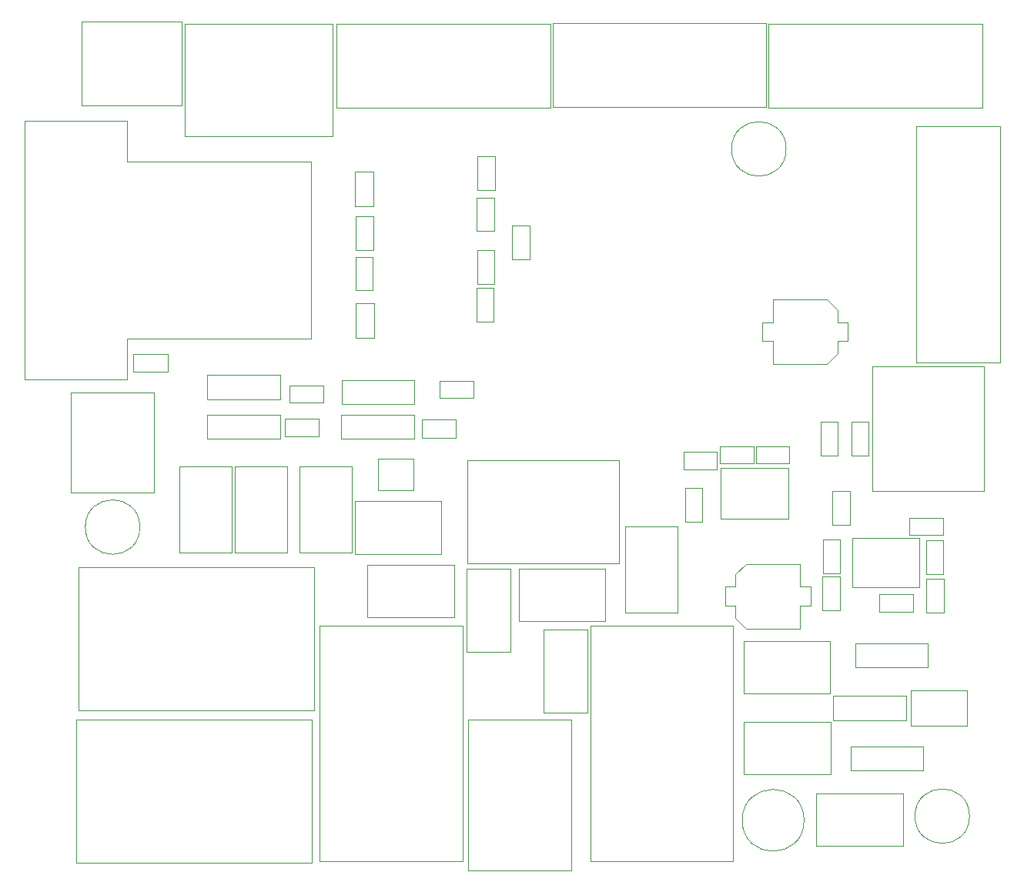
<source format=gbr>
%TF.GenerationSoftware,KiCad,Pcbnew,(6.0.4)*%
%TF.CreationDate,2022-05-20T17:10:54-05:00*%
%TF.ProjectId,Easyrun,45617379-7275-46e2-9e6b-696361645f70,rev?*%
%TF.SameCoordinates,Original*%
%TF.FileFunction,Other,User*%
%FSLAX46Y46*%
G04 Gerber Fmt 4.6, Leading zero omitted, Abs format (unit mm)*
G04 Created by KiCad (PCBNEW (6.0.4)) date 2022-05-20 17:10:54*
%MOMM*%
%LPD*%
G01*
G04 APERTURE LIST*
%ADD10C,0.050000*%
G04 APERTURE END LIST*
D10*
%TO.C,J_Lector_2*%
X202514000Y-59035500D02*
X202514000Y-49835500D01*
X202514000Y-49835500D02*
X179014000Y-49835500D01*
X179014000Y-49835500D02*
X179014000Y-59035500D01*
X179014000Y-59035500D02*
X202514000Y-59035500D01*
%TO.C,FB1*%
X194654400Y-123165000D02*
X200894400Y-123165000D01*
X200894400Y-123165000D02*
X200894400Y-127065000D01*
X194654400Y-127065000D02*
X194654400Y-123165000D01*
X200894400Y-127065000D02*
X194654400Y-127065000D01*
%TO.C,D1*%
X143057600Y-102352200D02*
X133517600Y-102352200D01*
X133517600Y-102352200D02*
X133517600Y-108152200D01*
X133517600Y-108152200D02*
X143057600Y-108152200D01*
X143057600Y-108152200D02*
X143057600Y-102352200D01*
%TO.C,C1*%
X135620000Y-80602500D02*
X135620000Y-84362500D01*
X133660000Y-84362500D02*
X133660000Y-80602500D01*
X135620000Y-84362500D02*
X133660000Y-84362500D01*
X133660000Y-80602500D02*
X135620000Y-80602500D01*
%TO.C,REF\u002A\u002A*%
X201130000Y-137002200D02*
G75*
G03*
X201130000Y-137002200I-3000000J0D01*
G01*
%TO.C,CB4*%
X144638000Y-93401000D02*
X144638000Y-95361000D01*
X140878000Y-95361000D02*
X140878000Y-93401000D01*
X140878000Y-93401000D02*
X144638000Y-93401000D01*
X144638000Y-95361000D02*
X140878000Y-95361000D01*
%TO.C,CB1*%
X109185000Y-86165000D02*
X112945000Y-86165000D01*
X109185000Y-88125000D02*
X109185000Y-86165000D01*
X112945000Y-88125000D02*
X109185000Y-88125000D01*
X112945000Y-86165000D02*
X112945000Y-88125000D01*
%TO.C,J_Lector_1*%
X155265000Y-58997500D02*
X178765000Y-58997500D01*
X178765000Y-49797500D02*
X155265000Y-49797500D01*
X155265000Y-49797500D02*
X155265000Y-58997500D01*
X178765000Y-58997500D02*
X178765000Y-49797500D01*
%TO.C,DFly1*%
X184257200Y-140308600D02*
X193797200Y-140308600D01*
X184257200Y-134508600D02*
X184257200Y-140308600D01*
X193797200Y-134508600D02*
X184257200Y-134508600D01*
X193797200Y-140308600D02*
X193797200Y-134508600D01*
%TO.C,Ra1*%
X198202000Y-106100600D02*
X194502000Y-106100600D01*
X194502000Y-104200600D02*
X198202000Y-104200600D01*
X194502000Y-106100600D02*
X194502000Y-104200600D01*
X198202000Y-104200600D02*
X198202000Y-106100600D01*
%TO.C,CBy3*%
X145844400Y-118925400D02*
X145844400Y-109765400D01*
X145844400Y-109765400D02*
X150644400Y-109765400D01*
X150644400Y-109765400D02*
X150644400Y-118925400D01*
X150644400Y-118925400D02*
X145844400Y-118925400D01*
%TO.C,C3*%
X135545000Y-66115000D02*
X135545000Y-69875000D01*
X135545000Y-69875000D02*
X133585000Y-69875000D01*
X133585000Y-66115000D02*
X135545000Y-66115000D01*
X133585000Y-69875000D02*
X133585000Y-66115000D01*
%TO.C,J_gnd1*%
X186154400Y-123795000D02*
X194154400Y-123795000D01*
X194154400Y-123795000D02*
X194154400Y-126435000D01*
X186154400Y-126435000D02*
X186154400Y-123795000D01*
X194154400Y-126435000D02*
X186154400Y-126435000D01*
%TO.C,LB3*%
X129025000Y-125325000D02*
X129025000Y-109625000D01*
X129025000Y-109625000D02*
X103125000Y-109625000D01*
X103125000Y-109625000D02*
X103125000Y-125325000D01*
X103125000Y-125325000D02*
X129025000Y-125325000D01*
%TO.C,Lb1*%
X102884000Y-126413000D02*
X102884000Y-142113000D01*
X102884000Y-142113000D02*
X128784000Y-142113000D01*
X128784000Y-142113000D02*
X128784000Y-126413000D01*
X128784000Y-126413000D02*
X102884000Y-126413000D01*
%TO.C,D3*%
X120320000Y-98505000D02*
X120320000Y-108045000D01*
X126120000Y-98505000D02*
X120320000Y-98505000D01*
X120320000Y-108045000D02*
X126120000Y-108045000D01*
X126120000Y-108045000D02*
X126120000Y-98505000D01*
%TO.C,J_Lector_3*%
X155016000Y-49835500D02*
X131516000Y-49835500D01*
X155016000Y-59035500D02*
X155016000Y-49835500D01*
X131516000Y-49835500D02*
X131516000Y-59035500D01*
X131516000Y-59035500D02*
X155016000Y-59035500D01*
%TO.C,RI2C1*%
X186634000Y-97348600D02*
X184734000Y-97348600D01*
X186634000Y-93648600D02*
X186634000Y-97348600D01*
X184734000Y-93648600D02*
X186634000Y-93648600D01*
X184734000Y-97348600D02*
X184734000Y-93648600D01*
%TO.C,CB2*%
X129601200Y-93299400D02*
X129601200Y-95259400D01*
X125841200Y-93299400D02*
X129601200Y-93299400D01*
X125841200Y-95259400D02*
X125841200Y-93299400D01*
X129601200Y-95259400D02*
X125841200Y-95259400D01*
%TO.C,B1_1*%
X117320400Y-91129000D02*
X117320400Y-88489000D01*
X125320400Y-88489000D02*
X125320400Y-91129000D01*
X125320400Y-91129000D02*
X117320400Y-91129000D01*
X117320400Y-88489000D02*
X125320400Y-88489000D01*
%TO.C,R6*%
X146890000Y-82570000D02*
X146890000Y-78870000D01*
X148790000Y-82570000D02*
X146890000Y-82570000D01*
X146890000Y-78870000D02*
X148790000Y-78870000D01*
X148790000Y-78870000D02*
X148790000Y-82570000D01*
%TO.C,R_RED1*%
X171749600Y-100913000D02*
X171749600Y-104613000D01*
X171749600Y-104613000D02*
X169849600Y-104613000D01*
X169849600Y-100913000D02*
X171749600Y-100913000D01*
X169849600Y-104613000D02*
X169849600Y-100913000D01*
%TO.C,J_Display1*%
X204457500Y-61070000D02*
X195257500Y-61070000D01*
X204457500Y-87070000D02*
X204457500Y-61070000D01*
X195257500Y-61070000D02*
X195257500Y-87070000D01*
X195257500Y-87070000D02*
X204457500Y-87070000D01*
%TO.C,R5*%
X147040000Y-64420000D02*
X148940000Y-64420000D01*
X147040000Y-68120000D02*
X147040000Y-64420000D01*
X148940000Y-64420000D02*
X148940000Y-68120000D01*
X148940000Y-68120000D02*
X147040000Y-68120000D01*
%TO.C,CBat1*%
X187742400Y-84763000D02*
X187742400Y-82663000D01*
X186592400Y-86113000D02*
X185442400Y-87263000D01*
X178342400Y-82663000D02*
X179492400Y-82663000D01*
X186592400Y-86113000D02*
X186592400Y-84763000D01*
X178342400Y-84763000D02*
X178342400Y-82663000D01*
X179492400Y-87263000D02*
X179492400Y-84763000D01*
X187742400Y-82663000D02*
X186592400Y-82663000D01*
X186592400Y-84763000D02*
X187742400Y-84763000D01*
X186592400Y-81313000D02*
X185442400Y-80163000D01*
X185442400Y-87263000D02*
X179492400Y-87263000D01*
X186592400Y-82663000D02*
X186592400Y-81313000D01*
X179492400Y-84763000D02*
X178342400Y-84763000D01*
X179492400Y-82663000D02*
X179492400Y-80163000D01*
X185442400Y-80163000D02*
X179492400Y-80163000D01*
%TO.C,U_ChargeControler1*%
X173797400Y-104293000D02*
X173797400Y-98693000D01*
X181217400Y-104293000D02*
X181217400Y-98693000D01*
X181217400Y-98693000D02*
X173797400Y-98693000D01*
X181217400Y-104293000D02*
X173797400Y-104293000D01*
%TO.C,U_555*%
X195621000Y-111793600D02*
X195621000Y-106393600D01*
X195621000Y-106393600D02*
X188221000Y-106393600D01*
X188221000Y-106393600D02*
X188221000Y-111793600D01*
X188221000Y-111793600D02*
X195621000Y-111793600D01*
%TO.C,D_RED1*%
X173360800Y-98836200D02*
X169660800Y-98836200D01*
X169660800Y-98836200D02*
X169660800Y-96936200D01*
X173360800Y-96936200D02*
X173360800Y-98836200D01*
X169660800Y-96936200D02*
X173360800Y-96936200D01*
%TO.C,CByBa1*%
X174227600Y-113871400D02*
X175377600Y-113871400D01*
X175377600Y-115221400D02*
X176527600Y-116371400D01*
X182477600Y-113871400D02*
X182477600Y-116371400D01*
X174227600Y-111771400D02*
X174227600Y-113871400D01*
X183627600Y-113871400D02*
X182477600Y-113871400D01*
X175377600Y-110421400D02*
X176527600Y-109271400D01*
X175377600Y-111771400D02*
X174227600Y-111771400D01*
X176527600Y-109271400D02*
X182477600Y-109271400D01*
X183627600Y-111771400D02*
X183627600Y-113871400D01*
X176527600Y-116371400D02*
X182477600Y-116371400D01*
X175377600Y-110421400D02*
X175377600Y-111771400D01*
X182477600Y-111771400D02*
X183627600Y-111771400D01*
X175377600Y-113871400D02*
X175377600Y-115221400D01*
X182477600Y-109271400D02*
X182477600Y-111771400D01*
%TO.C,J_Tap_1*%
X188054000Y-131953000D02*
X188054000Y-129313000D01*
X188054000Y-129313000D02*
X196054000Y-129313000D01*
X196054000Y-129313000D02*
X196054000Y-131953000D01*
X196054000Y-131953000D02*
X188054000Y-131953000D01*
%TO.C,L_p1*%
X133665000Y-70995000D02*
X135565000Y-70995000D01*
X135565000Y-70995000D02*
X135565000Y-74695000D01*
X135565000Y-74695000D02*
X133665000Y-74695000D01*
X133665000Y-74695000D02*
X133665000Y-70995000D01*
%TO.C,REF\u002A\u002A*%
X180962400Y-63600000D02*
G75*
G03*
X180962400Y-63600000I-3000000J0D01*
G01*
%TO.C,R_Prog10*%
X186044800Y-101274000D02*
X187944800Y-101274000D01*
X186044800Y-104974000D02*
X186044800Y-101274000D01*
X187944800Y-101274000D02*
X187944800Y-104974000D01*
X187944800Y-104974000D02*
X186044800Y-104974000D01*
%TO.C,B2_1*%
X140093200Y-89002400D02*
X140093200Y-91642400D01*
X140093200Y-91642400D02*
X132093200Y-91642400D01*
X132093200Y-89002400D02*
X140093200Y-89002400D01*
X132093200Y-91642400D02*
X132093200Y-89002400D01*
%TO.C,B2*%
X132052400Y-95497800D02*
X132052400Y-92857800D01*
X140052400Y-92857800D02*
X140052400Y-95497800D01*
X140052400Y-95497800D02*
X132052400Y-95497800D01*
X132052400Y-92857800D02*
X140052400Y-92857800D01*
%TO.C,U1*%
X97221600Y-60471400D02*
X108501600Y-60471400D01*
X97221600Y-88971400D02*
X108501600Y-88971400D01*
X108501600Y-64971400D02*
X128721600Y-64971400D01*
X128721600Y-84471400D02*
X108501600Y-84471400D01*
X108501600Y-64971400D02*
X108501600Y-60471400D01*
X97221600Y-88971400D02*
X97221600Y-60471400D01*
X128721600Y-84471400D02*
X128721600Y-64971400D01*
X108501600Y-88971400D02*
X108501600Y-84471400D01*
%TO.C,QBoo1*%
X139953600Y-101110200D02*
X139953600Y-97710200D01*
X136113600Y-101110200D02*
X139953600Y-101110200D01*
X139953600Y-97710200D02*
X136113600Y-97710200D01*
X136113600Y-97710200D02*
X136113600Y-101110200D01*
%TO.C,DBoo1*%
X114224000Y-98505000D02*
X114224000Y-108045000D01*
X120024000Y-108045000D02*
X120024000Y-98505000D01*
X120024000Y-98505000D02*
X114224000Y-98505000D01*
X114224000Y-108045000D02*
X120024000Y-108045000D01*
%TO.C,C_cv1*%
X191170000Y-112552600D02*
X194930000Y-112552600D01*
X194930000Y-112552600D02*
X194930000Y-114512600D01*
X191170000Y-114512600D02*
X191170000Y-112552600D01*
X194930000Y-114512600D02*
X191170000Y-114512600D01*
%TO.C,D2*%
X163246000Y-114649000D02*
X169046000Y-114649000D01*
X169046000Y-105109000D02*
X163246000Y-105109000D01*
X163246000Y-105109000D02*
X163246000Y-114649000D01*
X169046000Y-114649000D02*
X169046000Y-105109000D01*
%TO.C,D_GREEN1*%
X177374000Y-96326600D02*
X177374000Y-98226600D01*
X177374000Y-98226600D02*
X173674000Y-98226600D01*
X173674000Y-96326600D02*
X177374000Y-96326600D01*
X173674000Y-98226600D02*
X173674000Y-96326600D01*
%TO.C,UB3v3*%
X145930000Y-97875000D02*
X145930000Y-109175000D01*
X162570000Y-97875000D02*
X145930000Y-97875000D01*
X162570000Y-109175000D02*
X162570000Y-97875000D01*
X145930000Y-109175000D02*
X162570000Y-109175000D01*
%TO.C,LB5*%
X129675600Y-141925800D02*
X145375600Y-141925800D01*
X145375600Y-116025800D02*
X129675600Y-116025800D01*
X129675600Y-116025800D02*
X129675600Y-141925800D01*
X145375600Y-141925800D02*
X145375600Y-116025800D01*
%TO.C,REF\u002A\u002A*%
X109893200Y-105201400D02*
G75*
G03*
X109893200Y-105201400I-3000000J0D01*
G01*
%TO.C,Crec1*%
X182934000Y-137461621D02*
G75*
G03*
X182934000Y-137461621I-3400000J0D01*
G01*
%TO.C,D_S1*%
X176288000Y-132420000D02*
X185828000Y-132420000D01*
X185828000Y-126620000D02*
X176288000Y-126620000D01*
X185828000Y-132420000D02*
X185828000Y-126620000D01*
X176288000Y-126620000D02*
X176288000Y-132420000D01*
%TO.C,RI2C2*%
X190037600Y-97348600D02*
X188137600Y-97348600D01*
X190037600Y-93648600D02*
X190037600Y-97348600D01*
X188137600Y-93648600D02*
X190037600Y-93648600D01*
X188137600Y-97348600D02*
X188137600Y-93648600D01*
%TO.C,R4*%
X152740000Y-72045000D02*
X152740000Y-75745000D01*
X152740000Y-75745000D02*
X150840000Y-75745000D01*
X150840000Y-75745000D02*
X150840000Y-72045000D01*
X150840000Y-72045000D02*
X152740000Y-72045000D01*
%TO.C,R_p1*%
X135515000Y-75470000D02*
X135515000Y-79170000D01*
X133615000Y-79170000D02*
X133615000Y-75470000D01*
X133615000Y-75470000D02*
X135515000Y-75470000D01*
X135515000Y-79170000D02*
X133615000Y-79170000D01*
%TO.C,B1*%
X125320400Y-95497800D02*
X117320400Y-95497800D01*
X117320400Y-95497800D02*
X117320400Y-92857800D01*
X117320400Y-92857800D02*
X125320400Y-92857800D01*
X125320400Y-92857800D02*
X125320400Y-95497800D01*
%TO.C,Cby2*%
X196388000Y-114650600D02*
X196388000Y-110890600D01*
X198348000Y-114650600D02*
X196388000Y-114650600D01*
X196388000Y-110890600D02*
X198348000Y-110890600D01*
X198348000Y-110890600D02*
X198348000Y-114650600D01*
%TO.C,R_GREEN1*%
X177636400Y-98226600D02*
X177636400Y-96326600D01*
X177636400Y-96326600D02*
X181336400Y-96326600D01*
X181336400Y-98226600D02*
X177636400Y-98226600D01*
X181336400Y-96326600D02*
X181336400Y-98226600D01*
%TO.C,UB5v0*%
X145998000Y-126345400D02*
X145998000Y-142985400D01*
X145998000Y-142985400D02*
X157298000Y-142985400D01*
X157298000Y-126345400D02*
X145998000Y-126345400D01*
X157298000Y-142985400D02*
X157298000Y-126345400D01*
%TO.C,Ro1*%
X184988000Y-110302600D02*
X184988000Y-106602600D01*
X184988000Y-106602600D02*
X186888000Y-106602600D01*
X186888000Y-106602600D02*
X186888000Y-110302600D01*
X186888000Y-110302600D02*
X184988000Y-110302600D01*
%TO.C,J_M2*%
X111465000Y-101405000D02*
X111465000Y-90405000D01*
X102265000Y-101405000D02*
X111465000Y-101405000D01*
X111465000Y-90405000D02*
X102265000Y-90405000D01*
X102265000Y-90405000D02*
X102265000Y-101405000D01*
%TO.C,C_by1*%
X184958000Y-114396600D02*
X184958000Y-110636600D01*
X184958000Y-110636600D02*
X186918000Y-110636600D01*
X186918000Y-114396600D02*
X184958000Y-114396600D01*
X186918000Y-110636600D02*
X186918000Y-114396600D01*
%TO.C,J_I2C1*%
X202756000Y-87531000D02*
X190456000Y-87531000D01*
X190456000Y-87531000D02*
X190456000Y-101231000D01*
X202756000Y-101231000D02*
X202756000Y-87531000D01*
X190456000Y-101231000D02*
X202756000Y-101231000D01*
%TO.C,RMISO1*%
X148840000Y-68945000D02*
X148840000Y-72645000D01*
X148840000Y-72645000D02*
X146940000Y-72645000D01*
X146940000Y-72645000D02*
X146940000Y-68945000D01*
X146940000Y-68945000D02*
X148840000Y-68945000D01*
%TO.C,J_M1*%
X114476000Y-49581500D02*
X103476000Y-49581500D01*
X114476000Y-58781500D02*
X114476000Y-49581500D01*
X103476000Y-49581500D02*
X103476000Y-58781500D01*
X103476000Y-58781500D02*
X114476000Y-58781500D01*
%TO.C,J_prog1*%
X131096000Y-62202000D02*
X131096000Y-49852000D01*
X114796000Y-49852000D02*
X114796000Y-62202000D01*
X131096000Y-49852000D02*
X114796000Y-49852000D01*
X114796000Y-62202000D02*
X131096000Y-62202000D01*
%TO.C,RBtn2*%
X142850000Y-89125000D02*
X146550000Y-89125000D01*
X146550000Y-89125000D02*
X146550000Y-91025000D01*
X142850000Y-91025000D02*
X142850000Y-89125000D01*
X146550000Y-91025000D02*
X142850000Y-91025000D01*
%TO.C,DB3*%
X134889200Y-109362600D02*
X134889200Y-115162600D01*
X144429200Y-115162600D02*
X144429200Y-109362600D01*
X144429200Y-109362600D02*
X134889200Y-109362600D01*
X134889200Y-115162600D02*
X144429200Y-115162600D01*
%TO.C,RBtn1*%
X130034400Y-89626400D02*
X130034400Y-91526400D01*
X130034400Y-91526400D02*
X126334400Y-91526400D01*
X126334400Y-91526400D02*
X126334400Y-89626400D01*
X126334400Y-89626400D02*
X130034400Y-89626400D01*
%TO.C,R1*%
X146990000Y-78470000D02*
X146990000Y-74770000D01*
X148890000Y-78470000D02*
X146990000Y-78470000D01*
X146990000Y-74770000D02*
X148890000Y-74770000D01*
X148890000Y-74770000D02*
X148890000Y-78470000D01*
%TO.C,Rb1*%
X198267200Y-106653400D02*
X198267200Y-110353400D01*
X196367200Y-110353400D02*
X196367200Y-106653400D01*
X198267200Y-110353400D02*
X196367200Y-110353400D01*
X196367200Y-106653400D02*
X198267200Y-106653400D01*
%TO.C,DB5*%
X161091600Y-109769000D02*
X151551600Y-109769000D01*
X151551600Y-109769000D02*
X151551600Y-115569000D01*
X161091600Y-115569000D02*
X161091600Y-109769000D01*
X151551600Y-115569000D02*
X161091600Y-115569000D01*
%TO.C,Lrec1*%
X159440000Y-141992000D02*
X175140000Y-141992000D01*
X159440000Y-116092000D02*
X159440000Y-141992000D01*
X175140000Y-141992000D02*
X175140000Y-116092000D01*
X175140000Y-116092000D02*
X159440000Y-116092000D01*
%TO.C,D4*%
X133232000Y-98505000D02*
X127432000Y-98505000D01*
X133232000Y-108045000D02*
X133232000Y-98505000D01*
X127432000Y-108045000D02*
X133232000Y-108045000D01*
X127432000Y-98505000D02*
X127432000Y-108045000D01*
%TO.C,CBy5*%
X154328000Y-116471000D02*
X159128000Y-116471000D01*
X159128000Y-125631000D02*
X154328000Y-125631000D01*
X159128000Y-116471000D02*
X159128000Y-125631000D01*
X154328000Y-125631000D02*
X154328000Y-116471000D01*
%TO.C,J_Tap_2*%
X196562000Y-118013000D02*
X196562000Y-120653000D01*
X188562000Y-118013000D02*
X196562000Y-118013000D01*
X196562000Y-120653000D02*
X188562000Y-120653000D01*
X188562000Y-120653000D02*
X188562000Y-118013000D01*
%TO.C,D_S2*%
X185806000Y-123530000D02*
X185806000Y-117730000D01*
X176266000Y-123530000D02*
X185806000Y-123530000D01*
X176266000Y-117730000D02*
X176266000Y-123530000D01*
X185806000Y-117730000D02*
X176266000Y-117730000D01*
%TD*%
M02*

</source>
